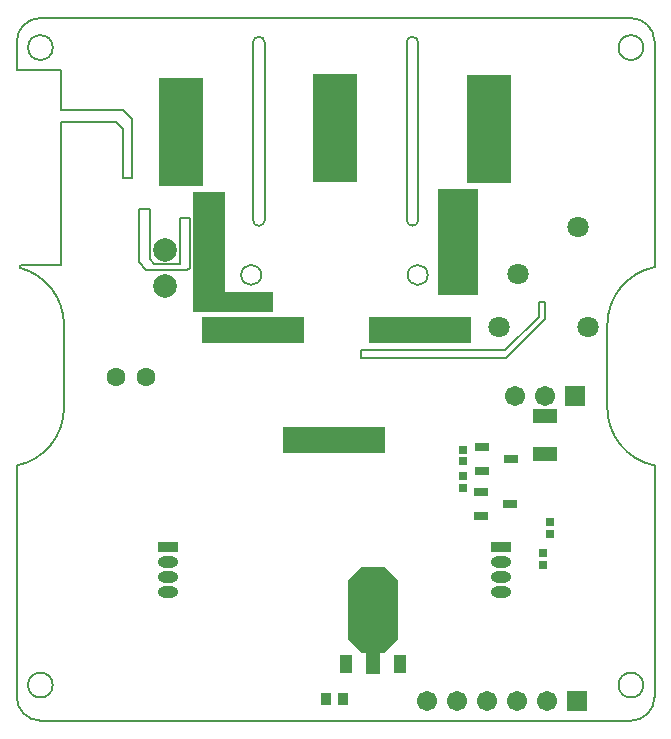
<source format=gbs>
%FSLAX25Y25*%
%MOIN*%
G70*
G01*
G75*
G04 Layer_Color=16711935*
%ADD10C,0.01000*%
%ADD11C,0.00800*%
%ADD12C,0.03000*%
%ADD13C,0.02000*%
%ADD14C,0.04000*%
%ADD15R,0.11811X0.09843*%
%ADD16O,0.11811X0.09843*%
%ADD17R,0.02362X0.02362*%
%ADD18R,0.03347X0.02756*%
%ADD19R,0.09843X0.09843*%
%ADD20R,0.04724X0.01181*%
%ADD21R,0.01181X0.04724*%
%ADD22R,0.02362X0.02362*%
%ADD23R,0.03937X0.04134*%
%ADD24R,0.04134X0.08661*%
%ADD25R,0.04724X0.04331*%
%ADD26R,0.03543X0.06299*%
G04:AMPARAMS|DCode=27|XSize=21.65mil|YSize=9.84mil|CornerRadius=2.46mil|HoleSize=0mil|Usage=FLASHONLY|Rotation=0.000|XOffset=0mil|YOffset=0mil|HoleType=Round|Shape=RoundedRectangle|*
%AMROUNDEDRECTD27*
21,1,0.02165,0.00492,0,0,0.0*
21,1,0.01673,0.00984,0,0,0.0*
1,1,0.00492,0.00837,-0.00246*
1,1,0.00492,-0.00837,-0.00246*
1,1,0.00492,-0.00837,0.00246*
1,1,0.00492,0.00837,0.00246*
%
%ADD27ROUNDEDRECTD27*%
%ADD28R,0.04331X0.04724*%
%ADD29R,0.13780X0.04724*%
%ADD30R,0.08661X0.11024*%
%ADD31R,0.02756X0.03347*%
%ADD32R,0.07087X0.03937*%
%ADD33R,0.01969X0.03150*%
%ADD34R,0.02200X0.06800*%
%ADD35R,0.05000X0.08200*%
%ADD36R,0.19000X0.05200*%
%ADD37R,0.14100X0.20100*%
%ADD38R,0.19200X0.07300*%
%ADD39C,0.00500*%
%ADD40C,0.06000*%
%ADD41R,0.33465X0.07874*%
%ADD42O,0.06000X0.03000*%
%ADD43R,0.06000X0.03000*%
%ADD44R,0.05906X0.05906*%
%ADD45C,0.05906*%
%ADD46R,0.13780X0.35433*%
%ADD47C,0.02000*%
%ADD48C,0.03000*%
%ADD49C,0.04000*%
%ADD50R,0.03937X0.02362*%
%ADD51R,0.03937X0.07299*%
G04:AMPARAMS|DCode=52|XSize=157.48mil|YSize=275.59mil|CornerRadius=0mil|HoleSize=0mil|Usage=FLASHONLY|Rotation=180.000|XOffset=0mil|YOffset=0mil|HoleType=Round|Shape=Octagon|*
%AMOCTAGOND52*
4,1,8,0.03937,-0.13780,-0.03937,-0.13780,-0.07874,-0.09843,-0.07874,0.09843,-0.03937,0.13780,0.03937,0.13780,0.07874,0.09843,0.07874,-0.09843,0.03937,-0.13780,0.0*
%
%ADD52OCTAGOND52*%

%ADD53R,0.03150X0.05512*%
%ADD54R,0.03150X0.05512*%
%ADD55R,0.27200X0.43300*%
%ADD56R,0.13500X0.48000*%
%ADD57R,0.35700X0.14100*%
%ADD58R,0.14000X0.05900*%
%ADD59R,0.20500X0.07100*%
%ADD60R,0.08100X0.16600*%
%ADD61R,0.42700X0.04000*%
%ADD62R,0.26300X0.10800*%
%ADD63R,0.08500X0.52200*%
%ADD64C,0.06299*%
%ADD65C,0.05906*%
%ADD66C,0.07087*%
%ADD67C,0.01500*%
%ADD68C,0.00591*%
%ADD69C,0.00787*%
%ADD70C,0.00600*%
%ADD71R,0.12611X0.10642*%
%ADD72O,0.12611X0.10642*%
%ADD73R,0.03162X0.03162*%
%ADD74R,0.04147X0.03556*%
%ADD75R,0.10642X0.10642*%
%ADD76R,0.05524X0.01981*%
%ADD77R,0.01981X0.05524*%
%ADD78R,0.03162X0.03162*%
%ADD79R,0.04737X0.04934*%
%ADD80R,0.04934X0.09461*%
%ADD81R,0.05524X0.05131*%
%ADD82R,0.04343X0.07099*%
G04:AMPARAMS|DCode=83|XSize=29.65mil|YSize=17.84mil|CornerRadius=4.46mil|HoleSize=0mil|Usage=FLASHONLY|Rotation=0.000|XOffset=0mil|YOffset=0mil|HoleType=Round|Shape=RoundedRectangle|*
%AMROUNDEDRECTD83*
21,1,0.02965,0.00892,0,0,0.0*
21,1,0.02073,0.01784,0,0,0.0*
1,1,0.00892,0.01037,-0.00446*
1,1,0.00892,-0.01037,-0.00446*
1,1,0.00892,-0.01037,0.00446*
1,1,0.00892,0.01037,0.00446*
%
%ADD83ROUNDEDRECTD83*%
%ADD84R,0.05131X0.05524*%
%ADD85R,0.14579X0.05524*%
%ADD86R,0.09461X0.11824*%
%ADD87R,0.03556X0.04147*%
%ADD88R,0.07887X0.04737*%
%ADD89R,0.02769X0.03950*%
%ADD90C,0.06800*%
%ADD91C,0.06394*%
%ADD92R,0.34265X0.08674*%
%ADD93O,0.06800X0.03800*%
%ADD94R,0.06800X0.03800*%
%ADD95R,0.06706X0.06706*%
%ADD96C,0.06706*%
%ADD97R,0.14579X0.36233*%
%ADD98R,0.13500X0.35600*%
%ADD99R,0.10700X0.39500*%
%ADD100R,0.26800X0.07000*%
%ADD101R,0.04737X0.03162*%
%ADD102R,0.04737X0.08099*%
G04:AMPARAMS|DCode=103|XSize=165.48mil|YSize=283.59mil|CornerRadius=0mil|HoleSize=0mil|Usage=FLASHONLY|Rotation=180.000|XOffset=0mil|YOffset=0mil|HoleType=Round|Shape=Octagon|*
%AMOCTAGOND103*
4,1,8,0.04137,-0.14179,-0.04137,-0.14179,-0.08274,-0.10043,-0.08274,0.10043,-0.04137,0.14179,0.04137,0.14179,0.08274,0.10043,0.08274,-0.10043,0.04137,-0.14179,0.0*
%
%ADD103OCTAGOND103*%

%ADD104R,0.03950X0.06312*%
%ADD105R,0.03950X0.06312*%
%ADD106C,0.07099*%
%ADD107C,0.06299*%
%ADD108C,0.07887*%
D39*
X80160Y210284D02*
G03*
X76223Y210284I-1969J0D01*
G01*
X28979D02*
G03*
X25042Y210284I-1969J0D01*
G01*
Y151229D02*
G03*
X28979Y151229I1969J0D01*
G01*
X-41691Y208661D02*
G03*
X-41691Y208661I-4134J0D01*
G01*
X155160Y-3858D02*
G03*
X155160Y-3858I-4134J0D01*
G01*
X-41691D02*
G03*
X-41691Y-3858I-4134J0D01*
G01*
X-53698Y-7826D02*
G03*
X-45825Y-15700I7874J0D01*
G01*
X151026D02*
G03*
X158900Y-7826I0J7874D01*
G01*
X-53698Y69343D02*
G03*
X-37951Y88631I-3937J19287D01*
G01*
X143152D02*
G03*
X158900Y69343I19685J0D01*
G01*
Y135477D02*
G03*
X143152Y116190I3937J-19287D01*
G01*
X76223Y151229D02*
G03*
X80160Y151229I1969J0D01*
G01*
X27798Y132874D02*
G03*
X27798Y132874I-3347J0D01*
G01*
X83309D02*
G03*
X83309Y132874I-3347J0D01*
G01*
X80160Y210284D02*
G03*
X76223Y210284I-1969J0D01*
G01*
X28979D02*
G03*
X25042Y210284I-1969J0D01*
G01*
Y151229D02*
G03*
X28979Y151229I1969J0D01*
G01*
X-41691Y208661D02*
G03*
X-41691Y208661I-4134J0D01*
G01*
X155160D02*
G03*
X155160Y208661I-4134J0D01*
G01*
X-53698Y-7826D02*
G03*
X-45825Y-15700I7874J0D01*
G01*
X151026D02*
G03*
X158900Y-7826I0J7874D01*
G01*
Y210630D02*
G03*
X151026Y218504I-7874J0D01*
G01*
X-53698Y69343D02*
G03*
X-37951Y88631I-3937J19287D01*
G01*
X143152D02*
G03*
X158900Y69343I19685J0D01*
G01*
Y135477D02*
G03*
X143152Y116190I3937J-19287D01*
G01*
X-37951Y116190D02*
G03*
X-52541Y135204I-19685J0D01*
G01*
X76223Y151229D02*
G03*
X80160Y151229I1969J0D01*
G01*
X-45825Y218504D02*
G03*
X-53698Y210630I0J-7874D01*
G01*
Y201100D02*
Y210630D01*
Y201100D02*
X-39000D01*
X158900Y-7826D02*
Y69343D01*
X143152Y88631D02*
Y116190D01*
X80160Y151229D02*
Y210284D01*
X76223Y151229D02*
Y210284D01*
X28979Y151229D02*
Y210284D01*
X25042Y151229D02*
Y210284D01*
X-37951Y88631D02*
Y116190D01*
X-53698Y-7826D02*
Y69343D01*
X-45825Y218504D02*
X151026D01*
X158900Y-7826D02*
Y69343D01*
Y135477D02*
Y210630D01*
X143152Y88631D02*
Y116190D01*
X80160Y151229D02*
Y210284D01*
X76223Y151229D02*
Y210284D01*
X28979Y151229D02*
Y210284D01*
X25042Y151229D02*
Y210284D01*
X-37951Y88631D02*
Y116190D01*
X61000Y105200D02*
X109400D01*
X122300Y118100D01*
Y124000D01*
X120300D02*
X122300D01*
X120300Y119000D02*
Y124000D01*
X109000Y107700D02*
X120300Y119000D01*
X61000Y107700D02*
X109000D01*
X61000Y105200D02*
Y107700D01*
X-24300Y183900D02*
X-20600D01*
X-18200Y181500D01*
Y165300D02*
Y181500D01*
Y165300D02*
X-15400D01*
Y184900D01*
X-18300Y187800D02*
X-15400Y184900D01*
X-39000Y187800D02*
X-18300D01*
X-39000Y183900D02*
X-24300D01*
X-39000Y187800D02*
Y201100D01*
Y136051D02*
Y183900D01*
X-9300Y138100D02*
Y155000D01*
Y138100D02*
X-7800Y136600D01*
X700D01*
Y151800D01*
X3900D01*
Y135300D02*
Y151800D01*
X3200Y134600D02*
X3900Y135300D01*
X-10500Y134600D02*
X3200D01*
X-13100Y137200D02*
X-10500Y134600D01*
X-13100Y137200D02*
Y155000D01*
X-9300D01*
X-45825Y-15700D02*
X110100D01*
X105412D02*
X151026D01*
X-52541Y135204D02*
Y135714D01*
X-52204Y136051D02*
X-39000D01*
X-52541Y135714D02*
X-52204Y136051D01*
D73*
X95101Y74621D02*
D03*
Y70684D02*
D03*
X95201Y61821D02*
D03*
Y65758D02*
D03*
X124200Y46500D02*
D03*
Y50437D02*
D03*
X121800Y40100D02*
D03*
Y36163D02*
D03*
D87*
X49294Y-8400D02*
D03*
X55200D02*
D03*
D88*
X122500Y85895D02*
D03*
Y73100D02*
D03*
D92*
X25132Y114646D02*
D03*
X80869D02*
D03*
X52207Y77698D02*
D03*
D93*
X107800Y37032D02*
D03*
Y27032D02*
D03*
Y32032D02*
D03*
X-3400Y37032D02*
D03*
Y27032D02*
D03*
Y32032D02*
D03*
D94*
X107800Y42032D02*
D03*
X-3400D02*
D03*
D95*
X132902Y-9279D02*
D03*
X132402Y92621D02*
D03*
D96*
X122901Y-9279D02*
D03*
X112901D02*
D03*
X102901D02*
D03*
X92901D02*
D03*
X82902D02*
D03*
X122401Y92621D02*
D03*
X112401D02*
D03*
D97*
X52507Y181846D02*
D03*
X1207Y180546D02*
D03*
X103807Y181446D02*
D03*
D98*
X93250Y143900D02*
D03*
D99*
X10250Y140750D02*
D03*
D100*
X18300Y123800D02*
D03*
D101*
X101302Y75495D02*
D03*
X111144Y71558D02*
D03*
X101302Y67621D02*
D03*
X100901Y60495D02*
D03*
X110744Y56558D02*
D03*
X100901Y52621D02*
D03*
D102*
X65146Y3914D02*
D03*
D103*
X65201Y21021D02*
D03*
D104*
X56091Y3021D02*
D03*
D105*
X74202D02*
D03*
D106*
X133400Y148874D02*
D03*
X113400Y133126D02*
D03*
X107137Y115521D02*
D03*
X136666D02*
D03*
D107*
X-10679Y98700D02*
D03*
X-20521D02*
D03*
D108*
X-4298Y129215D02*
D03*
Y141026D02*
D03*
M02*

</source>
